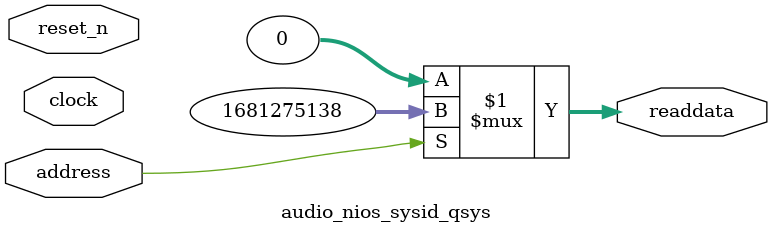
<source format=v>



// synthesis translate_off
`timescale 1ns / 1ps
// synthesis translate_on

// turn off superfluous verilog processor warnings 
// altera message_level Level1 
// altera message_off 10034 10035 10036 10037 10230 10240 10030 

module audio_nios_sysid_qsys (
               // inputs:
                address,
                clock,
                reset_n,

               // outputs:
                readdata
             )
;

  output  [ 31: 0] readdata;
  input            address;
  input            clock;
  input            reset_n;

  wire    [ 31: 0] readdata;
  //control_slave, which is an e_avalon_slave
  assign readdata = address ? 1681275138 : 0;

endmodule



</source>
